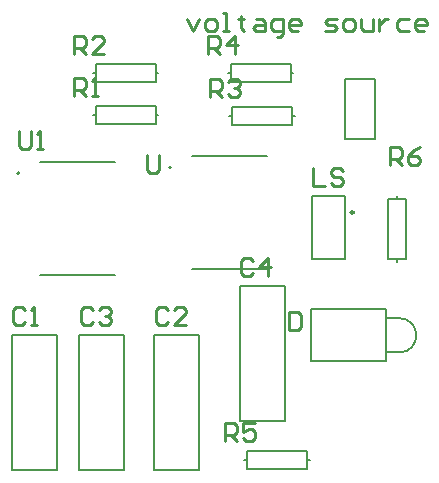
<source format=gto>
G04*
G04 #@! TF.GenerationSoftware,Altium Limited,Altium Designer,22.1.2 (22)*
G04*
G04 Layer_Color=65535*
%FSLAX43Y43*%
%MOMM*%
G71*
G04*
G04 #@! TF.SameCoordinates,87715656-2F0B-43DF-9688-F49D06068116*
G04*
G04*
G04 #@! TF.FilePolarity,Positive*
G04*
G01*
G75*
%ADD10C,0.200*%
%ADD11C,0.250*%
%ADD12C,0.127*%
%ADD13C,0.254*%
D10*
X16307Y28448D02*
G03*
X16307Y28448I-100J0D01*
G01*
X3447Y27940D02*
G03*
X3447Y27940I-100J0D01*
G01*
X33528Y30861D02*
Y35941D01*
X30988D02*
X33528D01*
X30988Y30861D02*
Y35941D01*
Y30861D02*
X33528D01*
X14986Y36449D02*
Y37211D01*
X9906D02*
X14986D01*
X9906Y35687D02*
Y37211D01*
Y35687D02*
X14986D01*
Y36449D01*
X9677D02*
X9906D01*
X14986D02*
X15215D01*
X21336Y35687D02*
Y36449D01*
Y35687D02*
X26416D01*
Y37211D01*
X21336D02*
X26416D01*
X21336Y36449D02*
Y37211D01*
X26416Y36449D02*
X26645D01*
X21107D02*
X21336D01*
X9906Y32131D02*
Y32893D01*
Y32131D02*
X14986D01*
Y33655D01*
X9906D02*
X14986D01*
X9906Y32893D02*
Y33655D01*
X14986Y32893D02*
X15215D01*
X9677D02*
X9906D01*
X21463Y32004D02*
Y32766D01*
Y32004D02*
X26543D01*
Y33528D01*
X21463D02*
X26543D01*
X21463Y32766D02*
Y33528D01*
X26543Y32766D02*
X26772D01*
X21234D02*
X21463D01*
X34671Y25781D02*
X35433D01*
X34671Y20701D02*
Y25781D01*
Y20701D02*
X36195D01*
Y25781D01*
X35433D02*
X36195D01*
X35433Y20472D02*
Y20701D01*
Y25781D02*
Y26010D01*
X28191Y20698D02*
Y26038D01*
X30991Y20698D02*
Y26038D01*
X28191Y20698D02*
X30991D01*
X28191Y26038D02*
X30991D01*
X22098Y18415D02*
X25908D01*
Y6985D02*
Y18415D01*
X22098Y6985D02*
X25908D01*
X22098D02*
Y18415D01*
X14859Y14224D02*
X18669D01*
Y2794D02*
Y14224D01*
X14859Y2794D02*
X18669D01*
X14859D02*
Y14224D01*
X2794D02*
X6604D01*
Y2794D02*
Y14224D01*
X2794Y2794D02*
X6604D01*
X2794D02*
Y14224D01*
X27813Y3683D02*
Y4445D01*
X22733D02*
X27813D01*
X22733Y2921D02*
Y4445D01*
Y2921D02*
X27813D01*
Y3683D01*
X22504D02*
X22733D01*
X27813D02*
X28042D01*
X8509Y14224D02*
X12319D01*
Y2794D02*
Y14224D01*
X8509Y2794D02*
X12319D01*
X8509D02*
Y14224D01*
D11*
X31766Y24638D02*
G03*
X31766Y24638I-125J0D01*
G01*
D12*
X35599Y12774D02*
G03*
X35599Y15674I0J1450D01*
G01*
X18067Y29433D02*
X24417D01*
X18067Y19843D02*
X24417D01*
X5207Y28925D02*
X11557D01*
X5207Y19335D02*
X11557D01*
X28099Y12024D02*
Y16424D01*
X34499D01*
Y12024D02*
Y16424D01*
X28099Y12024D02*
X34499D01*
Y15674D02*
X35599D01*
X34499Y12774D02*
X35599D01*
D13*
X17656Y41021D02*
X18164Y40005D01*
X18672Y41021D01*
X19434Y40005D02*
X19942D01*
X20195Y40259D01*
Y40767D01*
X19942Y41021D01*
X19434D01*
X19180Y40767D01*
Y40259D01*
X19434Y40005D01*
X20703D02*
X21211D01*
X20957D01*
Y41529D01*
X20703D01*
X22227Y41275D02*
Y41021D01*
X21973D01*
X22481D01*
X22227D01*
Y40259D01*
X22481Y40005D01*
X23496Y41021D02*
X24004D01*
X24258Y40767D01*
Y40005D01*
X23496D01*
X23242Y40259D01*
X23496Y40513D01*
X24258D01*
X25274Y39497D02*
X25528D01*
X25782Y39751D01*
Y41021D01*
X25020D01*
X24766Y40767D01*
Y40259D01*
X25020Y40005D01*
X25782D01*
X27051D02*
X26543D01*
X26289Y40259D01*
Y40767D01*
X26543Y41021D01*
X27051D01*
X27305Y40767D01*
Y40513D01*
X26289D01*
X29337Y40005D02*
X30098D01*
X30352Y40259D01*
X30098Y40513D01*
X29590D01*
X29337Y40767D01*
X29590Y41021D01*
X30352D01*
X31114Y40005D02*
X31622D01*
X31876Y40259D01*
Y40767D01*
X31622Y41021D01*
X31114D01*
X30860Y40767D01*
Y40259D01*
X31114Y40005D01*
X32384Y41021D02*
Y40259D01*
X32637Y40005D01*
X33399D01*
Y41021D01*
X33907D02*
Y40005D01*
Y40513D01*
X34161Y40767D01*
X34415Y41021D01*
X34669D01*
X36446D02*
X35684D01*
X35431Y40767D01*
Y40259D01*
X35684Y40005D01*
X36446D01*
X37716D02*
X37208D01*
X36954Y40259D01*
Y40767D01*
X37208Y41021D01*
X37716D01*
X37970Y40767D01*
Y40513D01*
X36954D01*
X14224Y29464D02*
Y28194D01*
X14478Y27940D01*
X14986D01*
X15240Y28194D01*
Y29464D01*
X3404Y31496D02*
Y30226D01*
X3658Y29972D01*
X4165D01*
X4419Y30226D01*
Y31496D01*
X4927Y29972D02*
X5435D01*
X5181D01*
Y31496D01*
X4927Y31242D01*
X34823Y28626D02*
Y30149D01*
X35585D01*
X35839Y29895D01*
Y29388D01*
X35585Y29134D01*
X34823D01*
X35331D02*
X35839Y28626D01*
X37363Y30149D02*
X36855Y29895D01*
X36347Y29388D01*
Y28880D01*
X36601Y28626D01*
X37109D01*
X37363Y28880D01*
Y29134D01*
X37109Y29388D01*
X36347D01*
X20853Y5309D02*
Y6832D01*
X21615D01*
X21869Y6578D01*
Y6070D01*
X21615Y5816D01*
X20853D01*
X21361D02*
X21869Y5309D01*
X23393Y6832D02*
X22377D01*
Y6070D01*
X22885Y6324D01*
X23139D01*
X23393Y6070D01*
Y5563D01*
X23139Y5309D01*
X22631D01*
X22377Y5563D01*
X19456Y38075D02*
Y39598D01*
X20218D01*
X20472Y39344D01*
Y38836D01*
X20218Y38582D01*
X19456D01*
X19964D02*
X20472Y38075D01*
X21742D02*
Y39598D01*
X20980Y38836D01*
X21996D01*
X19583Y34392D02*
Y35915D01*
X20345D01*
X20599Y35661D01*
Y35153D01*
X20345Y34899D01*
X19583D01*
X20091D02*
X20599Y34392D01*
X21107Y35661D02*
X21361Y35915D01*
X21869D01*
X22123Y35661D01*
Y35407D01*
X21869Y35153D01*
X21615D01*
X21869D01*
X22123Y34899D01*
Y34646D01*
X21869Y34392D01*
X21361D01*
X21107Y34646D01*
X8077Y38075D02*
Y39598D01*
X8839D01*
X9093Y39344D01*
Y38836D01*
X8839Y38582D01*
X8077D01*
X8585D02*
X9093Y38075D01*
X10616D02*
X9601D01*
X10616Y39090D01*
Y39344D01*
X10362Y39598D01*
X9855D01*
X9601Y39344D01*
X8077Y34519D02*
Y36042D01*
X8839D01*
X9093Y35788D01*
Y35280D01*
X8839Y35026D01*
X8077D01*
X8585D02*
X9093Y34519D01*
X9601D02*
X10109D01*
X9855D01*
Y36042D01*
X9601Y35788D01*
X28346Y28422D02*
Y26899D01*
X29362D01*
X30886Y28168D02*
X30632Y28422D01*
X30124D01*
X29870Y28168D01*
Y27914D01*
X30124Y27660D01*
X30632D01*
X30886Y27406D01*
Y27153D01*
X30632Y26899D01*
X30124D01*
X29870Y27153D01*
X26264Y16230D02*
Y14707D01*
X27025D01*
X27279Y14961D01*
Y15976D01*
X27025Y16230D01*
X26264D01*
X23266Y20548D02*
X23012Y20802D01*
X22504D01*
X22250Y20548D01*
Y19533D01*
X22504Y19279D01*
X23012D01*
X23266Y19533D01*
X24536Y19279D02*
Y20802D01*
X23774Y20040D01*
X24790D01*
X9677Y16357D02*
X9423Y16611D01*
X8915D01*
X8661Y16357D01*
Y15342D01*
X8915Y15088D01*
X9423D01*
X9677Y15342D01*
X10185Y16357D02*
X10439Y16611D01*
X10947D01*
X11201Y16357D01*
Y16103D01*
X10947Y15849D01*
X10693D01*
X10947D01*
X11201Y15595D01*
Y15342D01*
X10947Y15088D01*
X10439D01*
X10185Y15342D01*
X16027Y16357D02*
X15773Y16611D01*
X15265D01*
X15011Y16357D01*
Y15342D01*
X15265Y15088D01*
X15773D01*
X16027Y15342D01*
X17551Y15088D02*
X16535D01*
X17551Y16103D01*
Y16357D01*
X17297Y16611D01*
X16789D01*
X16535Y16357D01*
X3962D02*
X3708Y16611D01*
X3200D01*
X2946Y16357D01*
Y15342D01*
X3200Y15088D01*
X3708D01*
X3962Y15342D01*
X4470Y15088D02*
X4978D01*
X4724D01*
Y16611D01*
X4470Y16357D01*
M02*

</source>
